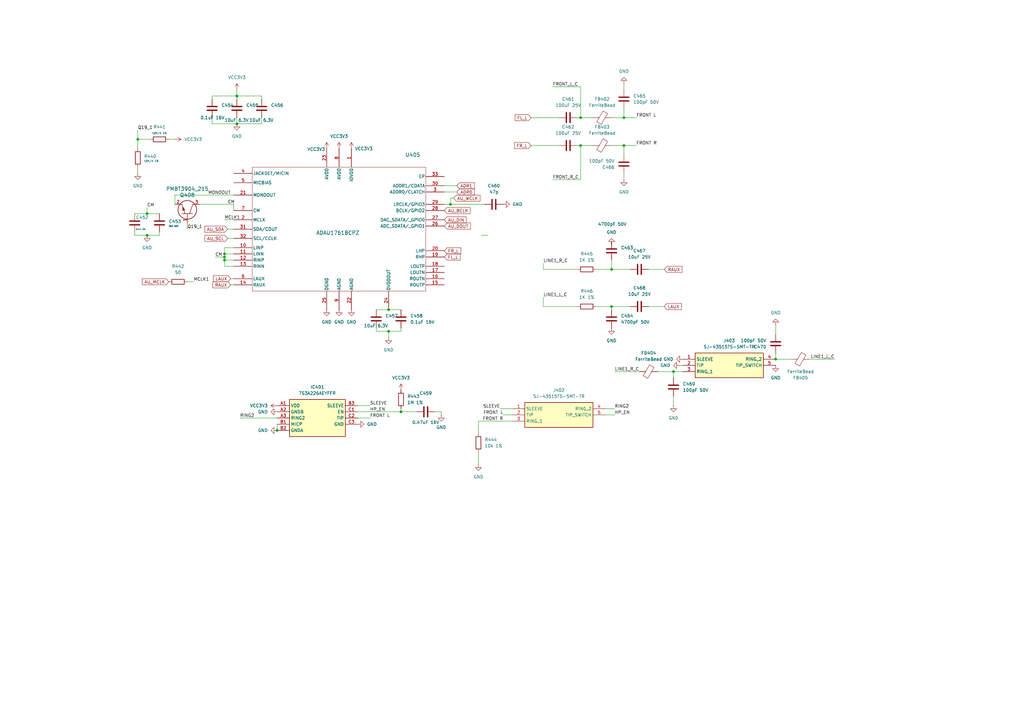
<source format=kicad_sch>
(kicad_sch (version 20231120) (generator "eeschema") (generator_version "8.0")
  (paper "A3")
  (lib_symbols
    (symbol "2025-02-19_15-12-31:PMBT3904_215" (pin_names (offset 0.254))
      (property "Reference" "Q" (at 10.16 2.54 0))
      (property "Value" "PMBT3904_215" (at 10.16 -2.54 0))
      (symbol "PMBT3904_215_0_1"
        (polyline (pts (xy 2.54 0) (xy 3.81 0)) (stroke (width 0.2032)))
        (polyline (pts (xy 3.81 -2.2098) (xy 3.81 2.2098)) (stroke (width 0.2032)))
        (polyline (pts (xy 3.81 -0.9398) (xy 7.62 -2.2098)) (stroke (width 0.2032)))
        (polyline (pts (xy 3.81 0.9398) (xy 7.62 2.2098)) (stroke (width 0.2032)))
        (polyline (pts (xy 7.62 -2.54) (xy 7.62 -2.2098)) (stroke (width 0.2032)))
        (polyline (pts (xy 7.62 2.2098) (xy 7.62 2.54)) (stroke (width 0.2032)))
        (polyline (pts (xy 5.3848 -0.9398) (xy 5.08 -1.905) (xy 6.6548 -1.905)) (fill (type outline)))
        (circle (center 5.3848 0) (radius 3.81) (stroke (width 0.254)))
        (pin unspecified line (at 0 0 0) (length 2.54) (name "") (number "1"))
        (pin unspecified line (at 7.62 -5.08 90) (length 2.54) (name "") (number "2"))
        (pin unspecified line (at 7.62 5.08 270) (length 2.54) (name "") (number "3"))
      )
    )
    (symbol "ADAU1761:ADAU1761BCPZ" (pin_names (offset 0.254))
      (property "Reference" "U1" (at 28.956 30.48 0))
      (property "Value" "ADAU1761BCPZ" (at -1.778 -1.524 0))
      (symbol "ADAU1761BCPZ_0_1"
        (polyline (pts (xy -36.83 -25.4) (xy 34.29 -25.4)) (stroke (width 0.127)))
        (polyline (pts (xy -36.83 25.4) (xy -36.83 -25.4)) (stroke (width 0.127)))
        (polyline (pts (xy 34.29 -25.4) (xy 34.29 25.4)) (stroke (width 0.127)))
        (polyline (pts (xy 34.29 25.4) (xy -36.83 25.4)) (stroke (width 0.127)))
        (pin power_in line (at 3.81 33.02 270) (length 7.62) (name "IOVDD") (number "1"))
        (pin unspecified line (at -44.45 -7.62 0) (length 7.62) (name "LINP") (number "10"))
        (pin unspecified line (at -44.45 -10.16 0) (length 7.62) (name "LINN") (number "11"))
        (pin unspecified line (at -44.45 -12.7 0) (length 7.62) (name "RINP") (number "12"))
        (pin unspecified line (at -44.45 -15.24 0) (length 7.62) (name "RINN") (number "13"))
        (pin unspecified line (at -44.45 -22.86 0) (length 7.62) (name "RAUX") (number "14"))
        (pin unspecified line (at 41.91 -22.86 180) (length 7.62) (name "ROUTP") (number "15"))
        (pin unspecified line (at 41.91 -20.32 180) (length 7.62) (name "ROUTN") (number "16"))
        (pin unspecified line (at 41.91 -17.78 180) (length 7.62) (name "LOUTN") (number "17"))
        (pin unspecified line (at 41.91 -15.24 180) (length 7.62) (name "LOUTP") (number "18"))
        (pin unspecified line (at 41.91 -11.43 180) (length 7.62) (name "RHP") (number "19"))
        (pin unspecified line (at -44.45 3.81 0) (length 7.62) (name "MCLK") (number "2"))
        (pin unspecified line (at 41.91 -8.89 180) (length 7.62) (name "LHP") (number "20"))
        (pin unspecified line (at -44.45 13.97 0) (length 7.62) (name "MONOOUT") (number "21"))
        (pin unspecified line (at 3.81 -33.02 90) (length 7.62) (name "AGND") (number "22"))
        (pin power_in line (at -6.35 33.02 270) (length 7.62) (name "AVDD") (number "23"))
        (pin power_in line (at 19.05 -33.02 90) (length 7.62) (name "DVDDOUT") (number "24"))
        (pin unspecified line (at -6.35 -33.02 90) (length 7.62) (name "DGND") (number "25"))
        (pin unspecified line (at 41.91 1.27 180) (length 7.62) (name "ADC_SDATA/_GPIO1") (number "26"))
        (pin unspecified line (at 41.91 3.81 180) (length 7.62) (name "DAC_SDATA/_GPIO0") (number "27"))
        (pin unspecified line (at 41.91 7.62 180) (length 7.62) (name "BCLK/GPIO2") (number "28"))
        (pin unspecified line (at 41.91 10.16 180) (length 7.62) (name "LRCLK/GPIO3") (number "29"))
        (pin unspecified line (at 41.91 15.24 180) (length 7.62) (name "ADDR0/CLATCH") (number "3"))
        (pin unspecified line (at 41.91 17.78 180) (length 7.62) (name "ADDR1/CDATA") (number "30"))
        (pin unspecified line (at -44.45 0 0) (length 7.62) (name "SDA/COUT") (number "31"))
        (pin unspecified line (at -44.45 -3.81 0) (length 7.62) (name "SCL/CCLK") (number "32"))
        (pin unspecified line (at 41.91 21.59 180) (length 7.62) (name "EP") (number "33"))
        (pin unspecified line (at -44.45 22.86 0) (length 7.62) (name "JACKDET/MICIN") (number "4"))
        (pin unspecified line (at -44.45 19.05 0) (length 7.62) (name "MICBIAS") (number "5"))
        (pin unspecified line (at -44.45 -20.32 0) (length 7.62) (name "LAUX") (number "6"))
        (pin unspecified line (at -44.45 7.62 0) (length 7.62) (name "CM") (number "7"))
        (pin power_in line (at -1.27 33.02 270) (length 7.62) (name "AVDD") (number "8"))
        (pin unspecified line (at -1.27 -33.02 90) (length 7.62) (name "AGND") (number "9"))
      )
    )
    (symbol "Device:C" (pin_numbers hide) (pin_names (offset 0.254))
      (property "Reference" "C" (at 0.635 2.54 0))
      (property "Value" "C" (at 0.635 -2.54 0))
      (symbol "C_0_1"
        (polyline (pts (xy -2.032 -0.762) (xy 2.032 -0.762)) (stroke (width 0.508)))
        (polyline (pts (xy -2.032 0.762) (xy 2.032 0.762)) (stroke (width 0.508)))
      )
      (symbol "C_1_1"
        (pin passive line (at 0 3.81 270) (length 2.794) (name "~") (number "1"))
        (pin passive line (at 0 -3.81 90) (length 2.794) (name "~") (number "2"))
      )
    )
    (symbol "Device:FerriteBead" (pin_numbers hide) (pin_names (offset 0))
      (property "Reference" "FB" (at -3.81 0.635 90))
      (property "Value" "FerriteBead" (at 3.81 0 90))
      (symbol "FerriteBead_0_1"
        (polyline (pts (xy 0 -1.27) (xy 0 -1.2192)))
        (polyline (pts (xy 0 1.27) (xy 0 1.2954)))
        (polyline (pts (xy -2.7686 0.4064) (xy -1.7018 2.2606) (xy 2.7686 -0.3048) (xy 1.6764 -2.159) (xy -2.7686 0.4064)))
      )
      (symbol "FerriteBead_1_1"
        (pin passive line (at 0 3.81 270) (length 2.54) (name "~") (number "1"))
        (pin passive line (at 0 -3.81 90) (length 2.54) (name "~") (number "2"))
      )
    )
    (symbol "Device:R" (pin_numbers hide) (pin_names (offset 0))
      (property "Reference" "R" (at 2.032 0 90))
      (property "Value" "R" (at 0 0 90))
      (symbol "R_0_1"
        (rectangle (start -1.016 -2.54) (end 1.016 2.54) (stroke (width 0.254)))
      )
      (symbol "R_1_1"
        (pin passive line (at 0 3.81 270) (length 1.27) (name "~") (number "1"))
        (pin passive line (at 0 -3.81 90) (length 1.27) (name "~") (number "2"))
      )
    )
    (symbol "SJ-43515TS-SMT-TR:SJ-43515TS-SMT-TR"
      (property "Reference" "J" (at 34.29 7.62 0))
      (property "Value" "SJ-43515TS-SMT-TR" (at 34.29 5.08 0))
      (symbol "SJ-43515TS-SMT-TR_1_1"
        (rectangle (start 5.08 2.54) (end 33.02 -7.62) (stroke (width 0.254)) (fill (type background)))
        (pin passive line (at 0 0 0) (length 5.08) (name "SLEEVE") (number "1"))
        (pin passive line (at 0 -2.54 0) (length 5.08) (name "TIP") (number "2"))
        (pin passive line (at 0 -5.08 0) (length 5.08) (name "RING_1") (number "3"))
        (pin passive line (at 38.1 0 180) (length 5.08) (name "RING_2") (number "4"))
        (pin passive line (at 38.1 -2.54 180) (length 5.08) (name "TIP_SWITCH") (number "5"))
      )
    )
    (symbol "TS3A226AEYFFR:TS3A226AEYFFR"
      (property "Reference" "IC" (at 29.21 7.62 0))
      (property "Value" "TS3A226AEYFFR" (at 29.21 5.08 0))
      (symbol "TS3A226AEYFFR_1_1"
        (rectangle (start 5.08 2.54) (end 27.94 -12.7) (stroke (width 0.254)) (fill (type background)))
        (pin passive line (at 0 0 0) (length 5.08) (name "VDD") (number "A1"))
        (pin passive line (at 0 -2.54 0) (length 5.08) (name "GNDB") (number "A2"))
        (pin passive line (at 0 -5.08 0) (length 5.08) (name "RING2") (number "A3"))
        (pin passive line (at 0 -7.62 0) (length 5.08) (name "MICP") (number "B1"))
        (pin passive line (at 0 -10.16 0) (length 5.08) (name "GNDA") (number "B2"))
        (pin passive line (at 33.02 0 180) (length 5.08) (name "SLEEVE") (number "B3"))
        (pin passive line (at 33.02 -2.54 180) (length 5.08) (name "EN") (number "C1"))
        (pin passive line (at 33.02 -5.08 180) (length 5.08) (name "TIP") (number "C2"))
        (pin passive line (at 33.02 -7.62 180) (length 5.08) (name "GND") (number "C3"))
      )
    )
    (symbol "power:GND" (power) (pin_numbers hide) (pin_names (offset 0) hide)
      (property "Value" "GND" (at 0 -3.81 0))
      (symbol "GND_0_1"
        (polyline (pts (xy 0 0) (xy 0 -1.27) (xy 1.27 -1.27) (xy 0 -2.54) (xy -1.27 -1.27) (xy 0 -1.27)))
      )
      (symbol "GND_1_1"
        (pin power_in line (at 0 0 270) (length 0) (name "~") (number "1"))
      )
    )
    (symbol "power:VCC" (power) (pin_numbers hide) (pin_names (offset 0) hide)
      (property "Value" "VCC" (at 0 3.556 0))
      (symbol "VCC_0_1"
        (polyline (pts (xy -0.762 1.27) (xy 0 2.54)))
        (polyline (pts (xy 0 0) (xy 0 2.54)))
        (polyline (pts (xy 0 2.54) (xy 0.762 1.27)))
      )
      (symbol "VCC_1_1"
        (pin power_in line (at 0 0 90) (length 0) (name "~") (number "1"))
      )
    )
  )
  (junction (at 92.075 105.41))
  (junction (at 250.825 125.73))
  (junction (at 113.665 176.53))
  (junction (at 250.825 110.49))
  (junction (at 255.905 48.26))
  (junction (at 92.075 104.14))
  (junction (at 159.385 135.89))
  (junction (at 184.785 83.82))
  (junction (at 276.225 152.4))
  (junction (at 318.135 147.32))
  (junction (at 97.155 50.8))
  (junction (at 255.905 59.69))
  (junction (at 60.325 87.63))
  (junction (at 159.385 127))
  (junction (at 56.515 57.15))
  (junction (at 238.125 59.69))
  (junction (at 60.325 96.52))
  (junction (at 238.125 48.26))
  (junction (at 92.075 106.68))
  (junction (at 164.465 168.91))
  (junction (at 97.155 39.37))
  (wire (pts (xy 255.905 63.5) (xy 255.905 59.69)))
  (wire (pts (xy 55.245 96.52) (xy 60.325 96.52)))
  (wire (pts (xy 342.265 147.32) (xy 332.105 147.32)))
  (wire (pts (xy 86.995 39.37) (xy 86.995 40.64)))
  (wire (pts (xy 197.485 96.52) (xy 200.025 96.52)))
  (wire (pts (xy 226.695 73.66) (xy 238.125 73.66)))
  (wire (pts (xy 250.825 125.73) (xy 250.825 127)))
  (wire (pts (xy 217.805 48.26) (xy 229.235 48.26)))
  (wire (pts (xy 236.855 59.69) (xy 238.125 59.69)))
  (wire (pts (xy 93.345 93.98) (xy 95.885 93.98)))
  (wire (pts (xy 196.215 185.42) (xy 196.215 190.5)))
  (wire (pts (xy 95.885 83.82) (xy 95.885 86.36)))
  (wire (pts (xy 97.155 48.26) (xy 97.155 50.8)))
  (wire (pts (xy 146.685 168.91) (xy 164.465 168.91)))
  (wire (pts (xy 95.885 106.68) (xy 92.075 106.68)))
  (wire (pts (xy 182.245 78.74) (xy 187.325 78.74)))
  (wire (pts (xy 98.425 171.45) (xy 113.665 171.45)))
  (wire (pts (xy 276.225 152.4) (xy 276.225 154.94)))
  (wire (pts (xy 250.825 110.49) (xy 258.445 110.49)))
  (wire (pts (xy 94.615 114.3) (xy 95.885 114.3)))
  (wire (pts (xy 255.905 36.83) (xy 255.905 34.29)))
  (wire (pts (xy 61.595 57.15) (xy 56.515 57.15)))
  (wire (pts (xy 56.515 68.58) (xy 56.515 71.12)))
  (wire (pts (xy 94.615 116.84) (xy 95.885 116.84)))
  (wire (pts (xy 255.905 59.69) (xy 260.985 59.69)))
  (wire (pts (xy 164.465 168.91) (xy 164.465 167.64)))
  (wire (pts (xy 154.305 135.89) (xy 159.385 135.89)))
  (wire (pts (xy 222.885 121.92) (xy 222.885 125.73)))
  (wire (pts (xy 92.075 105.41) (xy 92.075 106.68)))
  (wire (pts (xy 206.375 170.18) (xy 210.185 170.18)))
  (wire (pts (xy 60.325 85.09) (xy 60.325 87.63)))
  (wire (pts (xy 244.475 125.73) (xy 250.825 125.73)))
  (wire (pts (xy 244.475 110.49) (xy 250.825 110.49)))
  (wire (pts (xy 255.905 48.26) (xy 260.985 48.26)))
  (wire (pts (xy 324.485 147.32) (xy 318.135 147.32)))
  (wire (pts (xy 92.075 101.6) (xy 92.075 104.14)))
  (wire (pts (xy 252.095 152.4) (xy 262.255 152.4)))
  (wire (pts (xy 55.245 95.25) (xy 55.245 96.52)))
  (wire (pts (xy 276.225 166.37) (xy 276.225 162.56)))
  (wire (pts (xy 146.685 171.45) (xy 151.765 171.45)))
  (wire (pts (xy 154.305 127) (xy 159.385 127)))
  (wire (pts (xy 97.155 50.8) (xy 107.315 50.8)))
  (wire (pts (xy 250.825 48.26) (xy 255.905 48.26)))
  (wire (pts (xy 238.125 48.26) (xy 243.205 48.26)))
  (wire (pts (xy 86.995 50.8) (xy 97.155 50.8)))
  (wire (pts (xy 164.465 135.89) (xy 164.465 134.62)))
  (wire (pts (xy 266.065 110.49) (xy 272.415 110.49)))
  (wire (pts (xy 184.785 83.82) (xy 182.245 83.82)))
  (wire (pts (xy 69.215 57.15) (xy 71.755 57.15)))
  (wire (pts (xy 250.825 106.68) (xy 250.825 110.49)))
  (wire (pts (xy 146.685 166.37) (xy 151.765 166.37)))
  (wire (pts (xy 159.385 127) (xy 164.465 127)))
  (wire (pts (xy 164.465 168.91) (xy 170.815 168.91)))
  (wire (pts (xy 97.155 39.37) (xy 86.995 39.37)))
  (wire (pts (xy 184.785 83.82) (xy 198.755 83.82)))
  (wire (pts (xy 255.905 71.12) (xy 255.905 73.66)))
  (wire (pts (xy 222.885 125.73) (xy 236.855 125.73)))
  (wire (pts (xy 71.755 80.01) (xy 71.755 83.82)))
  (wire (pts (xy 180.975 168.91) (xy 180.975 170.18)))
  (wire (pts (xy 238.125 35.56) (xy 238.125 48.26)))
  (wire (pts (xy 113.665 173.99) (xy 113.665 176.53)))
  (wire (pts (xy 196.215 172.72) (xy 210.185 172.72)))
  (wire (pts (xy 92.075 104.14) (xy 92.075 105.41)))
  (wire (pts (xy 107.315 48.26) (xy 107.315 50.8)))
  (wire (pts (xy 55.245 87.63) (xy 60.325 87.63)))
  (wire (pts (xy 76.835 115.57) (xy 79.375 115.57)))
  (wire (pts (xy 159.385 135.89) (xy 164.465 135.89)))
  (wire (pts (xy 92.075 106.68) (xy 92.075 109.22)))
  (wire (pts (xy 92.075 104.14) (xy 95.885 104.14)))
  (wire (pts (xy 92.075 90.17) (xy 95.885 90.17)))
  (wire (pts (xy 238.125 73.66) (xy 238.125 59.69)))
  (wire (pts (xy 238.125 59.69) (xy 243.205 59.69)))
  (wire (pts (xy 81.915 83.82) (xy 95.885 83.82)))
  (wire (pts (xy 269.875 152.4) (xy 276.225 152.4)))
  (wire (pts (xy 93.345 97.79) (xy 95.885 97.79)))
  (wire (pts (xy 226.695 35.56) (xy 238.125 35.56)))
  (wire (pts (xy 107.315 39.37) (xy 97.155 39.37)))
  (wire (pts (xy 205.105 167.64) (xy 210.185 167.64)))
  (wire (pts (xy 95.885 80.01) (xy 71.755 80.01)))
  (wire (pts (xy 222.885 110.49) (xy 236.855 110.49)))
  (wire (pts (xy 184.785 81.28) (xy 184.785 83.82)))
  (wire (pts (xy 250.825 59.69) (xy 255.905 59.69)))
  (wire (pts (xy 278.765 149.86) (xy 280.035 149.86)))
  (wire (pts (xy 186.055 81.28) (xy 184.785 81.28)))
  (wire (pts (xy 88.265 105.41) (xy 92.075 105.41)))
  (wire (pts (xy 178.435 168.91) (xy 180.975 168.91)))
  (wire (pts (xy 76.835 91.44) (xy 76.835 93.98)))
  (wire (pts (xy 318.135 133.35) (xy 318.135 137.16)))
  (wire (pts (xy 60.325 87.63) (xy 65.405 87.63)))
  (wire (pts (xy 56.515 53.34) (xy 56.515 57.15)))
  (wire (pts (xy 266.065 125.73) (xy 272.415 125.73)))
  (wire (pts (xy 92.075 109.22) (xy 95.885 109.22)))
  (wire (pts (xy 154.305 135.89) (xy 154.305 134.62)))
  (wire (pts (xy 65.405 95.25) (xy 65.405 96.52)))
  (wire (pts (xy 107.315 40.64) (xy 107.315 39.37)))
  (wire (pts (xy 60.325 96.52) (xy 65.405 96.52)))
  (wire (pts (xy 95.885 101.6) (xy 92.075 101.6)))
  (wire (pts (xy 217.805 59.69) (xy 229.235 59.69)))
  (wire (pts (xy 252.095 170.18) (xy 248.285 170.18)))
  (wire (pts (xy 86.995 48.26) (xy 86.995 50.8)))
  (wire (pts (xy 318.135 147.32) (xy 318.135 144.78)))
  (wire (pts (xy 236.855 48.26) (xy 238.125 48.26)))
  (wire (pts (xy 56.515 57.15) (xy 56.515 60.96)))
  (wire (pts (xy 159.385 135.89) (xy 159.385 138.43)))
  (wire (pts (xy 196.215 172.72) (xy 196.215 177.8)))
  (wire (pts (xy 182.245 76.2) (xy 187.325 76.2)))
  (wire (pts (xy 250.825 99.06) (xy 250.825 100.33)))
  (wire (pts (xy 222.885 107.95) (xy 222.885 110.49)))
  (wire (pts (xy 252.095 167.64) (xy 248.285 167.64)))
  (wire (pts (xy 255.905 44.45) (xy 255.905 48.26)))
  (wire (pts (xy 276.225 152.4) (xy 280.035 152.4)))
  (wire (pts (xy 250.825 125.73) (xy 258.445 125.73)))
  (wire (pts (xy 97.155 36.83) (xy 97.155 39.37)))
  (wire (pts (xy 97.155 39.37) (xy 97.155 40.64)))
  (label "FRONT R" (at 260.985 59.69 0))
  (label "LINE1_L_C" (at 342.265 147.32 180))
  (label "CM" (at 88.265 105.41 0))
  (label "CM" (at 93.345 83.82 0))
  (label "FRONT R" (at 206.375 172.72 180))
  (label "Q19_1" (at 56.515 53.34 0))
  (label "SLEEVE" (at 151.765 166.37 0))
  (label "FRONT_R_C" (at 226.695 73.66 0))
  (label "FRONT L" (at 260.985 48.26 0))
  (label "RING2" (at 252.095 167.64 0))
  (label "HP_EN" (at 252.095 170.18 0))
  (label "LINE1_R_C" (at 252.095 152.4 0))
  (label "CM" (at 60.325 85.09 0))
  (label "MCLK1" (at 92.075 90.17 0))
  (label "MONOOUT" (at 94.615 80.01 180))
  (label "FRONT L" (at 206.375 170.18 180))
  (label "FRONT L" (at 151.765 171.45 0))
  (label "LINE1_R_C" (at 222.885 107.95 0))
  (label "HP_EN" (at 151.765 168.91 0))
  (label "FRONT_L_C" (at 226.695 35.56 0))
  (label "RING2" (at 98.425 171.45 0))
  (label "SLEEVE" (at 205.105 167.64 180))
  (label "LINE1_L_C" (at 222.885 121.92 0))
  (label "Q19_1" (at 76.835 93.98 0))
  (label "MCLK1" (at 79.375 115.57 0))
  (global_label "AU_WCLK" (shape input) (at 186.055 81.28 0) (property "Intersheetrefs" "${INTERSHEET_REFS}" (effects (hide yes))))
  (global_label "LAUX" (shape input) (at 94.615 114.3 180) (property "Intersheetrefs" "${INTERSHEET_REFS}" (effects (hide yes))))
  (global_label "AU_MCLK" (shape input) (at 69.215 115.57 180) (property "Intersheetrefs" "${INTERSHEET_REFS}" (effects (hide yes))))
  (global_label "ADR1" (shape input) (at 187.325 76.2 0) (property "Intersheetrefs" "${INTERSHEET_REFS}" (effects (hide yes))))
  (global_label "AU_DOUT" (shape input) (at 182.245 92.71 0) (property "Intersheetrefs" "${INTERSHEET_REFS}" (effects (hide yes))))
  (global_label "RAUX" (shape input) (at 94.615 116.84 180) (property "Intersheetrefs" "${INTERSHEET_REFS}" (effects (hide yes))))
  (global_label "FR_L" (shape input) (at 182.245 102.87 0) (property "Intersheetrefs" "${INTERSHEET_REFS}" (effects (hide yes))))
  (global_label "ADR0" (shape input) (at 187.325 78.74 0) (property "Intersheetrefs" "${INTERSHEET_REFS}" (effects (hide yes))))
  (global_label "AU_SDA" (shape input) (at 93.345 93.98 180) (property "Intersheetrefs" "${INTERSHEET_REFS}" (effects (hide yes))))
  (global_label "AU_SCL" (shape input) (at 93.345 97.79 180) (property "Intersheetrefs" "${INTERSHEET_REFS}" (effects (hide yes))))
  (global_label "LAUX" (shape input) (at 272.415 125.73 0) (property "Intersheetrefs" "${INTERSHEET_REFS}" (effects (hide yes))))
  (global_label "RAUX" (shape input) (at 272.415 110.49 0) (property "Intersheetrefs" "${INTERSHEET_REFS}" (effects (hide yes))))
  (global_label "AU_BCLK" (shape input) (at 182.245 86.36 0) (property "Intersheetrefs" "${INTERSHEET_REFS}" (effects (hide yes))))
  (global_label "AU_DIN" (shape input) (at 182.245 90.17 0) (property "Intersheetrefs" "${INTERSHEET_REFS}" (effects (hide yes))))
  (global_label "FL_L" (shape input) (at 182.245 105.41 0) (property "Intersheetrefs" "${INTERSHEET_REFS}" (effects (hide yes))))
  (global_label "FR_L" (shape input) (at 217.805 59.69 180) (property "Intersheetrefs" "${INTERSHEET_REFS}" (effects (hide yes))))
  (global_label "FL_L" (shape input) (at 217.805 48.26 180) (property "Intersheetrefs" "${INTERSHEET_REFS}" (effects (hide yes))))
  (symbol (lib_id "power:GND") (at 318.135 149.86 0) (unit 1)
    (property "Reference" "#PWR0491" (effects (hide yes)))
    (property "Value" "GND" (at 318.135 154.94 0))
    (property "Description" "Power symbol creates a global label with name \"GND\" , ground" (effects (hide yes)))
  )
  (symbol (lib_id "power:GND") (at 139.065 127 0) (unit 1)
    (property "Reference" "#PWR0474" (effects (hide yes)))
    (property "Value" "GND" (at 139.065 132.08 0))
    (property "Description" "Power symbol creates a global label with name \"GND\" , ground" (effects (hide yes)))
  )
  (symbol (lib_id "Device:C") (at 276.225 158.75 0) (unit 1)
    (property "Reference" "C469" (at 280.035 157.4799 0) (effects (justify left)))
    (property "Value" "100pF 50V" (at 280.035 160.0199 0) (effects (justify left)))
    (property "Footprint" "Capacitor_SMD:C_0805_2012Metric" (effects (hide yes)))
    (property "Description" "Unpolarized capacitor" (effects (hide yes)))
  )
  (symbol (lib_id "power:GND") (at 255.905 73.66 0) (unit 1)
    (property "Reference" "#PWR0486" (effects (hide yes)))
    (property "Value" "GND" (at 255.905 78.74 0))
    (property "Description" "Power symbol creates a global label with name \"GND\" , ground" (effects (hide yes)))
  )
  (symbol (lib_id "Device:C") (at 262.255 110.49 90) (unit 1)
    (property "Reference" "C467" (at 262.255 102.87 90))
    (property "Value" "10uF 25V" (at 262.255 105.41 90))
    (property "Footprint" "Capacitor_SMD:C_0805_2012Metric" (effects (hide yes)))
    (property "Description" "Unpolarized capacitor" (effects (hide yes)))
  )
  (symbol (lib_id "power:VCC") (at 139.065 60.96 0) (unit 1)
    (property "Reference" "#PWR0473" (effects (hide yes)))
    (property "Value" "VCC3V3" (at 139.065 55.88 0))
    (property "Description" "Power symbol creates a global label with name \"VCC\"" (effects (hide yes)))
  )
  (symbol (lib_id "SJ-43515TS-SMT-TR:SJ-43515TS-SMT-TR") (at 280.035 147.32 0) (unit 1)
    (property "Reference" "J403" (at 299.085 139.7 0))
    (property "Value" "SJ-43515TS-SMT-TR" (at 299.085 142.24 0))
    (property "Footprint" "SJ-43515TS-SMT-TR:SJ43515TSSMTTR" (effects (hide yes)))
    (property "Datasheet" "https://www.sameskydevices.com/product/resource/supplyframepdf/sj-4351x-smt.pdf" (effects (hide yes)))
    (property "Description" "4 conductor 3.5 mm Surface Mount Audio Jack w/ Tip Switch" (effects (hide yes)))
    (property "Height" "5.3" (effects (hide yes)))
    (property "Mouser Part Number" "490-SJ43515TS-SMT-TR" (effects (hide yes)))
    (property "Mouser Price/Stock" "https://www.mouser.co.uk/ProductDetail/CUI-Devices/SJ-43515TS-SMT-TR?qs=WyjlAZoYn50eO9pw4mW8cQ%3D%3D" (effects (hide yes)))
    (property "Manufacturer_Name" "Same Sky" (effects (hide yes)))
    (property "Manufacturer_Part_Number" "SJ-43515TS-SMT-TR" (effects (hide yes)))
  )
  (symbol (lib_id "Device:C") (at 55.245 91.44 0) (unit 1)
    (property "Reference" "C452" (at 55.753 89.154 0) (effects (justify left)))
    (property "Value" "0.1uF 16V" (at 55.753 93.98 0) (effects (font (size 0.508 0.508)) (justify left)))
    (property "Footprint" "Capacitor_SMD:C_0805_2012Metric" (effects (hide yes)))
    (property "Description" "Unpolarized capacitor" (effects (hide yes)))
  )
  (symbol (lib_id "power:VCC") (at 71.755 57.15 270) (unit 1)
    (property "Reference" "#PWR0465" (effects (hide yes)))
    (property "Value" "VCC3V3" (at 75.565 57.1499 90) (effects (justify left)))
    (property "Description" "Power symbol creates a global label with name \"VCC\"" (effects (hide yes)))
  )
  (symbol (lib_id "Device:C") (at 65.405 91.44 0) (unit 1)
    (property "Reference" "C453" (at 69.215 90.8049 0) (effects (justify left)))
    (property "Value" "10uF 6.3V" (at 69.215 92.71 0) (effects (font (size 0.508 0.508)) (justify left)))
    (property "Footprint" "Capacitor_SMD:C_0805_2012Metric" (effects (hide yes)))
    (property "Description" "Unpolarized capacitor" (effects (hide yes)))
  )
  (symbol (lib_id "Device:C") (at 164.465 130.81 0) (unit 1)
    (property "Reference" "C458" (at 168.275 129.5399 0) (effects (justify left)))
    (property "Value" "0.1uF 16V" (at 168.275 132.0799 0) (effects (justify left)))
    (property "Footprint" "Capacitor_SMD:C_0805_2012Metric" (effects (hide yes)))
    (property "Description" "Unpolarized capacitor" (effects (hide yes)))
  )
  (symbol (lib_id "power:VCC") (at 144.145 60.96 0) (unit 1)
    (property "Reference" "#PWR0475" (effects (hide yes)))
    (property "Value" "VCC3V3" (at 149.225 60.96 0))
    (property "Description" "Power symbol creates a global label with name \"VCC\"" (effects (hide yes)))
  )
  (symbol (lib_id "Device:C") (at 250.825 130.81 0) (unit 1)
    (property "Reference" "C464" (at 254.635 129.5399 0) (effects (justify left)))
    (property "Value" "4700pF 50V" (at 254.635 132.0799 0) (effects (justify left)))
    (property "Footprint" "Capacitor_SMD:C_0603_1608Metric" (effects (hide yes)))
    (property "Description" "Unpolarized capacitor" (effects (hide yes)))
  )
  (symbol (lib_id "power:GND") (at 113.665 176.53 270) (unit 1)
    (property "Reference" "#PWR0470" (effects (hide yes)))
    (property "Value" "GND" (at 109.855 176.5299 90) (effects (justify right)))
    (property "Description" "Power symbol creates a global label with name \"GND\" , ground" (effects (hide yes)))
  )
  (symbol (lib_id "power:VCC") (at 113.665 166.37 90) (unit 1)
    (property "Reference" "#PWR0468" (effects (hide yes)))
    (property "Value" "VCC3V3" (at 109.855 166.3699 90) (effects (justify left)))
    (property "Description" "Power symbol creates a global label with name \"VCC\"" (effects (hide yes)))
  )
  (symbol (lib_id "Device:R") (at 196.215 181.61 0) (unit 1)
    (property "Reference" "R444" (at 198.755 180.3399 0) (effects (justify left)))
    (property "Value" "10k 1%" (at 198.755 182.8799 0) (effects (justify left)))
    (property "Footprint" "Resistor_SMD:R_0805_2012Metric" (effects (hide yes)))
    (property "Description" "Resistor" (effects (hide yes)))
  )
  (symbol (lib_id "Device:C") (at 255.905 67.31 180) (unit 1)
    (property "Reference" "C466" (at 252.095 68.5801 0) (effects (justify left)))
    (property "Value" "100pF 50V" (at 252.095 66.0401 0) (effects (justify left)))
    (property "Footprint" "Capacitor_SMD:C_0603_1608Metric" (effects (hide yes)))
    (property "Description" "Unpolarized capacitor" (effects (hide yes)))
  )
  (symbol (lib_id "Device:FerriteBead") (at 247.015 48.26 90) (unit 1)
    (property "Reference" "FB402" (at 246.9642 40.64 90))
    (property "Value" "FerriteBead" (at 246.9642 43.18 90))
    (property "Footprint" "Inductor_SMD:L_0805_2012Metric" (effects (hide yes)))
    (property "Description" "Ferrite bead" (effects (hide yes)))
  )
  (symbol (lib_id "power:VCC") (at 164.465 160.02 0) (unit 1)
    (property "Reference" "#PWR0479" (effects (hide yes)))
    (property "Value" "VCC3V3" (at 164.465 154.94 0))
    (property "Description" "Power symbol creates a global label with name \"VCC\"" (effects (hide yes)))
  )
  (symbol (lib_id "SJ-43515TS-SMT-TR:SJ-43515TS-SMT-TR") (at 210.185 167.64 0) (unit 1)
    (property "Reference" "J402" (at 229.235 160.02 0))
    (property "Value" "SJ-43515TS-SMT-TR" (at 229.235 162.56 0))
    (property "Footprint" "SJ-43515TS-SMT-TR:SJ43515TSSMTTR" (effects (hide yes)))
    (property "Datasheet" "https://www.sameskydevices.com/product/resource/supplyframepdf/sj-4351x-smt.pdf" (effects (hide yes)))
    (property "Description" "4 conductor 3.5 mm Surface Mount Audio Jack w/ Tip Switch" (effects (hide yes)))
    (property "Height" "5.3" (effects (hide yes)))
    (property "Mouser Part Number" "490-SJ43515TS-SMT-TR" (effects (hide yes)))
    (property "Mouser Price/Stock" "https://www.mouser.co.uk/ProductDetail/CUI-Devices/SJ-43515TS-SMT-TR?qs=WyjlAZoYn50eO9pw4mW8cQ%3D%3D" (effects (hide yes)))
    (property "Manufacturer_Name" "Same Sky" (effects (hide yes)))
    (property "Manufacturer_Part_Number" "SJ-43515TS-SMT-TR" (effects (hide yes)))
  )
  (symbol (lib_id "power:GND") (at 60.325 96.52 0) (unit 1)
    (property "Reference" "#PWR0464" (effects (hide yes)))
    (property "Value" "GND" (at 60.325 101.6 0))
    (property "Description" "Power symbol creates a global label with name \"GND\" , ground" (effects (hide yes)))
  )
  (symbol (lib_id "Device:C") (at 97.155 44.45 0) (unit 1)
    (property "Reference" "C455" (at 100.965 43.1799 0) (effects (justify left)))
    (property "Value" "10uF 6.3V" (at 92.075 49.276 0) (effects (justify left)))
    (property "Footprint" "Capacitor_SMD:C_0805_2012Metric" (effects (hide yes)))
    (property "Description" "Unpolarized capacitor" (effects (hide yes)))
  )
  (symbol (lib_id "power:GND") (at 113.665 168.91 270) (unit 1)
    (property "Reference" "#PWR0469" (effects (hide yes)))
    (property "Value" "GND" (at 109.855 168.9099 90) (effects (justify right)))
    (property "Description" "Power symbol creates a global label with name \"GND\" , ground" (effects (hide yes)))
  )
  (symbol (lib_id "power:GND") (at 180.975 170.18 0) (unit 1)
    (property "Reference" "#PWR0480" (effects (hide yes)))
    (property "Value" "GND" (at 180.975 175.26 0))
    (property "Description" "Power symbol creates a global label with name \"GND\" , ground" (effects (hide yes)))
  )
  (symbol (lib_id "power:GND") (at 133.985 127 0) (unit 1)
    (property "Reference" "#PWR0472" (effects (hide yes)))
    (property "Value" "GND" (at 133.985 132.08 0))
    (property "Description" "Power symbol creates a global label with name \"GND\" , ground" (effects (hide yes)))
  )
  (symbol (lib_id "Device:R") (at 73.025 115.57 90) (unit 1)
    (property "Reference" "R442" (at 73.025 109.22 90))
    (property "Value" "50" (at 73.025 111.76 90))
    (property "Footprint" "Resistor_SMD:R_0805_2012Metric" (effects (hide yes)))
    (property "Description" "Resistor" (effects (hide yes)))
  )
  (symbol (lib_id "power:VCC") (at 97.155 36.83 0) (unit 1)
    (property "Reference" "#PWR0466" (effects (hide yes)))
    (property "Value" "VCC3V3" (at 97.155 31.75 0))
    (property "Description" "Power symbol creates a global label with name \"VCC\"" (effects (hide yes)))
  )
  (symbol (lib_id "TS3A226AEYFFR:TS3A226AEYFFR") (at 113.665 166.37 0) (unit 1)
    (property "Reference" "IC401" (at 130.175 158.75 0))
    (property "Value" "TS3A226AEYFFR" (at 130.175 161.29 0))
    (property "Footprint" "BGA9C40P3X3_126X136X62" (effects (hide yes)))
    (property "Datasheet" "https://www.ti.com/lit/ds/symlink/ts3a226ae.pdf?ts=1606903224847&ref_url=https%253A%252F%252Fwww.ti.com%252Fstore%252Fti%252Fen%252Fp%252Fproduct%252F%253Fp%253DTS3A226AEYFFR%2526keyMatch%253DTS3A226AEYFFR%2526tisearch%253DSearch-EN-everything%2526usecase" (effects (hide yes)))
    (property "Description" "Autonomous Audio Headset Switch with Reduced GND Switch RON and FM Capability" (effects (hide yes)))
    (property "Height" "0.625" (effects (hide yes)))
    (property "Mouser Part Number" "595-TS3A226AEYFFR" (effects (hide yes)))
    (property "Mouser Price/Stock" "https://www.mouser.com/Search/Refine.aspx?Keyword=595-TS3A226AEYFFR" (effects (hide yes)))
    (property "Manufacturer_Name" "Texas Instruments" (effects (hide yes)))
    (property "Manufacturer_Part_Number" "TS3A226AEYFFR" (effects (hide yes)))
  )
  (symbol (lib_id "power:GND") (at 250.825 100.33 180) (unit 1)
    (property "Reference" "#PWR0483" (effects (hide yes)))
    (property "Value" "GND" (at 250.825 95.25 0))
    (property "Description" "Power symbol creates a global label with name \"GND\" , ground" (effects (hide yes)))
  )
  (symbol (lib_id "power:GND") (at 196.215 190.5 0) (unit 1)
    (property "Reference" "#PWR0481" (effects (hide yes)))
    (property "Value" "GND" (at 196.215 195.58 0))
    (property "Description" "Power symbol creates a global label with name \"GND\" , ground" (effects (hide yes)))
  )
  (symbol (lib_id "power:GND") (at 144.145 127 0) (unit 1)
    (property "Reference" "#PWR0476" (effects (hide yes)))
    (property "Value" "GND" (at 144.145 132.08 0))
    (property "Description" "Power symbol creates a global label with name \"GND\" , ground" (effects (hide yes)))
  )
  (symbol (lib_id "Device:C") (at 250.825 102.87 0) (unit 1)
    (property "Reference" "C463" (at 254.635 101.5999 0) (effects (justify left)))
    (property "Value" "4700pF 50V" (at 245.237 91.948 0) (effects (justify left)))
    (property "Footprint" "Capacitor_SMD:C_0603_1608Metric" (effects (hide yes)))
    (property "Description" "Unpolarized capacitor" (effects (hide yes)))
  )
  (symbol (lib_id "Device:R") (at 240.665 110.49 90) (unit 1)
    (property "Reference" "R445" (at 240.665 104.14 90))
    (property "Value" "1K 1%" (at 240.665 106.68 90))
    (property "Footprint" "Resistor_SMD:R_0603_1608Metric" (effects (hide yes)))
    (property "Description" "Resistor" (effects (hide yes)))
  )
  (symbol (lib_id "power:GND") (at 278.765 149.86 270) (unit 1)
    (property "Reference" "#PWR0488" (effects (hide yes)))
    (property "Value" "GND" (at 274.955 149.8599 90) (effects (justify right)))
    (property "Description" "Power symbol creates a global label with name \"GND\" , ground" (effects (hide yes)))
  )
  (symbol (lib_id "Device:C") (at 255.905 40.64 0) (unit 1)
    (property "Reference" "C465" (at 259.715 39.3699 0) (effects (justify left)))
    (property "Value" "100pF 50V" (at 259.715 41.9099 0) (effects (justify left)))
    (property "Footprint" "Capacitor_SMD:C_0603_1608Metric" (effects (hide yes)))
    (property "Description" "Unpolarized capacitor" (effects (hide yes)))
  )
  (symbol (lib_id "Device:C") (at 202.565 83.82 90) (unit 1)
    (property "Reference" "C460" (at 202.565 76.2 90))
    (property "Value" "47p" (at 202.565 78.74 90))
    (property "Footprint" "Capacitor_SMD:C_0603_1608Metric" (effects (hide yes)))
    (property "Description" "Unpolarized capacitor" (effects (hide yes)))
  )
  (symbol (lib_id "Device:C") (at 174.625 168.91 90) (unit 1)
    (property "Reference" "C459" (at 174.625 161.29 90))
    (property "Value" "0.47uF 16V" (at 174.625 173.228 90))
    (property "Footprint" "Capacitor_SMD:C_0805_2012Metric" (effects (hide yes)))
    (property "Description" "Unpolarized capacitor" (effects (hide yes)))
  )
  (symbol (lib_id "power:GND") (at 250.825 134.62 0) (unit 1)
    (property "Reference" "#PWR0484" (effects (hide yes)))
    (property "Value" "GND" (at 250.825 139.7 0))
    (property "Description" "Power symbol creates a global label with name \"GND\" , ground" (effects (hide yes)))
  )
  (symbol (lib_id "power:GND") (at 146.685 173.99 90) (unit 1)
    (property "Reference" "#PWR0477" (effects (hide yes)))
    (property "Value" "GND" (at 150.495 173.9899 90) (effects (justify right)))
    (property "Description" "Power symbol creates a global label with name \"GND\" , ground" (effects (hide yes)))
  )
  (symbol (lib_id "Device:R") (at 56.515 64.77 0) (unit 1)
    (property "Reference" "R440" (at 59.055 64.1349 0) (effects (justify left)))
    (property "Value" "10K/X 1%" (at 59.055 66.04 0) (effects (font (size 0.762 0.762)) (justify left)))
    (property "Footprint" "Resistor_SMD:R_0805_2012Metric" (effects (hide yes)))
    (property "Description" "Resistor" (effects (hide yes)))
  )
  (symbol (lib_id "Device:R") (at 240.665 125.73 90) (unit 1)
    (property "Reference" "R446" (at 240.665 119.38 90))
    (property "Value" "1K 1%" (at 240.665 121.92 90))
    (property "Footprint" "Resistor_SMD:R_0603_1608Metric" (effects (hide yes)))
    (property "Description" "Resistor" (effects (hide yes)))
  )
  (symbol (lib_id "power:GND") (at 280.035 147.32 270) (unit 1)
    (property "Reference" "#PWR0489" (effects (hide yes)))
    (property "Value" "GND" (at 276.225 147.3199 90) (effects (justify right)))
    (property "Description" "Power symbol creates a global label with name \"GND\" , ground" (effects (hide yes)))
  )
  (symbol (lib_id "power:GND") (at 56.515 71.12 0) (unit 1)
    (property "Reference" "#PWR0463" (effects (hide yes)))
    (property "Value" "GND" (at 56.515 76.2 0))
    (property "Description" "Power symbol creates a global label with name \"GND\" , ground" (effects (hide yes)))
  )
  (symbol (lib_id "Device:C") (at 318.135 140.97 180) (unit 1)
    (property "Reference" "C470" (at 314.325 142.2401 0) (effects (justify left)))
    (property "Value" "100pF 50V" (at 314.325 139.7001 0) (effects (justify left)))
    (property "Footprint" "Capacitor_SMD:C_0805_2012Metric" (effects (hide yes)))
    (property "Description" "Unpolarized capacitor" (effects (hide yes)))
  )
  (symbol (lib_id "Device:R") (at 164.465 163.83 0) (unit 1)
    (property "Reference" "R443" (at 167.005 162.5599 0) (effects (justify left)))
    (property "Value" "1M 1%" (at 167.005 165.0999 0) (effects (justify left)))
    (property "Footprint" "Resistor_SMD:R_0805_2012Metric" (effects (hide yes)))
    (property "Description" "Resistor" (effects (hide yes)))
  )
  (symbol (lib_id "power:GND") (at 255.905 34.29 180) (unit 1)
    (property "Reference" "#PWR0485" (effects (hide yes)))
    (property "Value" "GND" (at 255.905 29.21 0))
    (property "Description" "Power symbol creates a global label with name \"GND\" , ground" (effects (hide yes)))
  )
  (symbol (lib_id "power:GND") (at 276.225 166.37 0) (unit 1)
    (property "Reference" "#PWR0487" (effects (hide yes)))
    (property "Value" "GND" (at 276.225 171.45 0))
    (property "Description" "Power symbol creates a global label with name \"GND\" , ground" (effects (hide yes)))
  )
  (symbol (lib_id "Device:C") (at 154.305 130.81 0) (unit 1)
    (property "Reference" "C457" (at 158.115 129.5399 0) (effects (justify left)))
    (property "Value" "10uF 6.3V" (at 149.225 133.604 0) (effects (justify left)))
    (property "Footprint" "Capacitor_SMD:C_0805_2012Metric" (effects (hide yes)))
    (property "Description" "Unpolarized capacitor" (effects (hide yes)))
  )
  (symbol (lib_id "Device:C") (at 107.315 44.45 0) (unit 1)
    (property "Reference" "C456" (at 111.125 43.1799 0) (effects (justify left)))
    (property "Value" "10uF 6.3V" (at 102.235 49.276 0) (effects (justify left)))
    (property "Footprint" "Capacitor_SMD:C_0805_2012Metric" (effects (hide yes)))
    (property "Description" "Unpolarized capacitor" (effects (hide yes)))
  )
  (symbol (lib_id "Device:C") (at 233.045 59.69 90) (unit 1)
    (property "Reference" "C462" (at 233.045 52.07 90))
    (property "Value" "100uF 25V" (at 233.045 54.61 90))
    (property "Footprint" "Capacitor_SMD:C_0805_2012Metric" (effects (hide yes)))
    (property "Description" "Unpolarized capacitor" (effects (hide yes)))
  )
  (symbol (lib_id "power:GND") (at 206.375 83.82 90) (unit 1)
    (property "Reference" "#PWR0482" (effects (hide yes)))
    (property "Value" "GND" (at 210.185 83.8199 90) (effects (justify right)))
    (property "Description" "Power symbol creates a global label with name \"GND\" , ground" (effects (hide yes)))
  )
  (symbol (lib_id "Device:C") (at 262.255 125.73 90) (unit 1)
    (property "Reference" "C468" (at 262.255 118.11 90))
    (property "Value" "10uF 25V" (at 262.255 120.65 90))
    (property "Footprint" "Capacitor_SMD:C_0805_2012Metric" (effects (hide yes)))
    (property "Description" "Unpolarized capacitor" (effects (hide yes)))
  )
  (symbol (lib_id "Device:C") (at 86.995 44.45 0) (unit 1)
    (property "Reference" "C454" (at 90.805 43.1799 0) (effects (justify left)))
    (property "Value" "0.1uF 16V" (at 82.169 48.26 0) (effects (justify left)))
    (property "Footprint" "Capacitor_SMD:C_0805_2012Metric" (effects (hide yes)))
    (property "Description" "Unpolarized capacitor" (effects (hide yes)))
  )
  (symbol (lib_id "2025-02-19_15-12-31:PMBT3904_215") (at 76.835 91.44 270) (mirror x) (unit 1)
    (property "Reference" "Q408" (at 76.835 80.01 90) (effects (font (size 1.524 1.524))))
    (property "Value" "PMBT3904_215" (at 76.835 77.47 90) (effects (font (size 1.524 1.524))))
    (property "Footprint" "SOT23_TO-236AB_NEX" (effects (hide yes)))
    (property "Datasheet" "PMBT3904_215" (effects (hide yes)))
  )
  (symbol (lib_id "Device:C") (at 233.045 48.26 90) (unit 1)
    (property "Reference" "C461" (at 233.045 40.64 90))
    (property "Value" "100uF 25V" (at 233.045 43.18 90))
    (property "Footprint" "Capacitor_SMD:C_0805_2012Metric" (effects (hide yes)))
    (property "Description" "Unpolarized capacitor" (effects (hide yes)))
  )
  (symbol (lib_id "power:GND") (at 318.135 133.35 180) (unit 1)
    (property "Reference" "#PWR0490" (effects (hide yes)))
    (property "Value" "GND" (at 318.135 128.27 0))
    (property "Description" "Power symbol creates a global label with name \"GND\" , ground" (effects (hide yes)))
  )
  (symbol (lib_id "ADAU1761:ADAU1761BCPZ") (at 140.335 93.98 0) (unit 1)
    (property "Reference" "U405" (at 169.291 63.5 0) (effects (font (size 1.524 1.524))))
    (property "Value" "ADAU1761BCPZ" (at 138.557 95.504 0) (effects (font (size 1.524 1.524))))
    (property "Footprint" "ADAU1761BCPZ:CP-32-4_ADI" (effects (hide yes)))
    (property "Datasheet" "ADAU1761BCPZ" (effects (hide yes)))
  )
  (symbol (lib_id "power:VCC") (at 133.985 60.96 0) (unit 1)
    (property "Reference" "#PWR0471" (effects (hide yes)))
    (property "Value" "VCC3V3" (at 129.667 61.214 0))
    (property "Description" "Power symbol creates a global label with name \"VCC\"" (effects (hide yes)))
  )
  (symbol (lib_id "power:GND") (at 159.385 138.43 0) (unit 1)
    (property "Reference" "#PWR0478" (effects (hide yes)))
    (property "Value" "GND" (at 159.385 143.51 0))
    (property "Description" "Power symbol creates a global label with name \"GND\" , ground" (effects (hide yes)))
  )
  (symbol (lib_id "power:GND") (at 97.155 50.8 0) (unit 1)
    (property "Reference" "#PWR0467" (effects (hide yes)))
    (property "Value" "GND" (at 97.155 55.88 0))
    (property "Description" "Power symbol creates a global label with name \"GND\" , ground" (effects (hide yes)))
  )
  (symbol (lib_id "Device:FerriteBead") (at 328.295 147.32 270) (unit 1)
    (property "Reference" "FB405" (at 328.3458 154.94 90))
    (property "Value" "FerriteBead" (at 328.3458 152.4 90))
    (property "Footprint" "Inductor_SMD:L_0805_2012Metric" (effects (hide yes)))
    (property "Description" "Ferrite bead" (effects (hide yes)))
  )
  (symbol (lib_id "Device:FerriteBead") (at 266.065 152.4 90) (unit 1)
    (property "Reference" "FB404" (at 266.0142 144.78 90))
    (property "Value" "FerriteBead" (at 266.0142 147.32 90))
    (property "Footprint" "Inductor_SMD:L_0805_2012Metric" (effects (hide yes)))
    (property "Description" "Ferrite bead" (effects (hide yes)))
  )
  (symbol (lib_id "Device:FerriteBead") (at 247.015 59.69 90) (unit 1)
    (property "Reference" "FB403" (at 246.9642 52.07 90))
    (property "Value" "FerriteBead" (at 246.9642 54.61 90))
    (property "Footprint" "Inductor_SMD:L_0805_2012Metric" (effects (hide yes)))
    (property "Description" "Ferrite bead" (effects (hide yes)))
  )
  (symbol (lib_id "Device:R") (at 65.405 57.15 90) (unit 1)
    (property "Reference" "R441" (at 65.405 52.07 90))
    (property "Value" "10K/X 1%" (at 65.405 54.61 90) (effects (font (size 0.762 0.762))))
    (property "Footprint" "Resistor_SMD:R_0805_2012Metric" (effects (hide yes)))
    (property "Description" "Resistor" (effects (hide yes)))
  )
)
</source>
